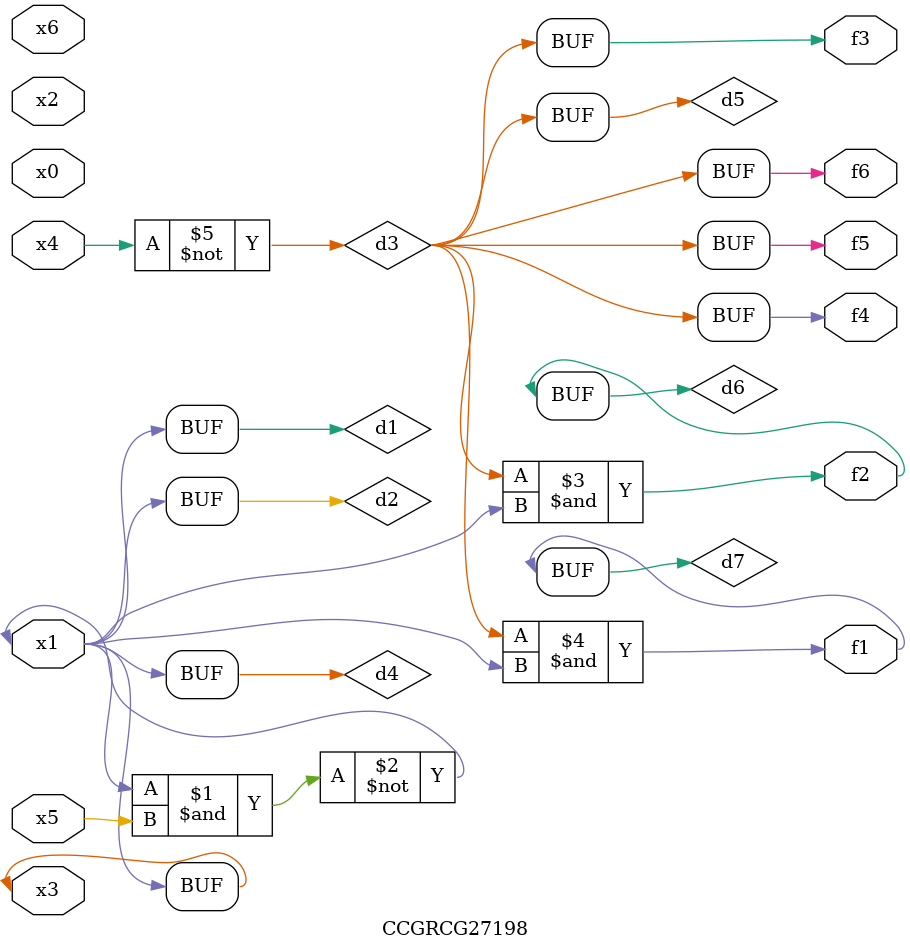
<source format=v>
module CCGRCG27198(
	input x0, x1, x2, x3, x4, x5, x6,
	output f1, f2, f3, f4, f5, f6
);

	wire d1, d2, d3, d4, d5, d6, d7;

	buf (d1, x1, x3);
	nand (d2, x1, x5);
	not (d3, x4);
	buf (d4, d1, d2);
	buf (d5, d3);
	and (d6, d3, d4);
	and (d7, d3, d4);
	assign f1 = d7;
	assign f2 = d6;
	assign f3 = d5;
	assign f4 = d5;
	assign f5 = d5;
	assign f6 = d5;
endmodule

</source>
